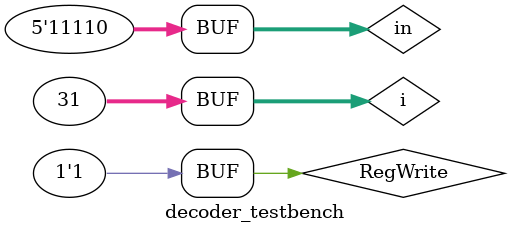
<source format=sv>
module decoder_2to4(out, in, enable);
	output logic [3:0] out;
	input logic [1:0] in;
	input logic enable;
	
	logic in0_not, in1_not;
	
	not #50 not0 (in0_not, in[0]);
	not #50 not1 (in1_not, in[1]);
	
	and #50 and0 (out[0], in1_not, in0_not, enable);
	and #50 and1 (out[1], in1_not, in[0], enable);
	and #50 and2 (out[2], in[1], in0_not, enable);
	and #50 and3 (out[3], in[1], in[0], enable);
	
endmodule
	
module decoder_3to8(out, in, enable);
	output logic [7:0] out;
	input logic [2:0] in;
	input logic enable;
	
	logic in0_not, in1_not, in2_not;
	
	not #50 n0 (in0_not, in[0]);
	not #50 n1 (in1_not, in[1]);
	not #50 n2 (in2_not, in[2]);
	
	and #50 and0 (out[0], in0_not, in1_not, in2_not, enable);
	and #50 and1 (out[1], in[0], in1_not, in2_not, enable);
	and #50 and2 (out[2], in0_not, in[1], in2_not, enable);
	and #50 and3 (out[3], in[0], in[1], in2_not, enable);
	and #50 and4 (out[4], in0_not, in1_not, in[2], enable);
	and #50 and5 (out[5], in[0], in1_not, in[2], enable);
	and #50 and6 (out[6], in0_not, in[1], in[2], enable);
	and #50 and7 (out[7], in[0], in[1], in[2], enable);
	
endmodule

module decoder_5to32(out, in, RegWrite);
	output logic [31:0] out;
	input logic [4:0] in;
	input logic RegWrite;
	logic [3:0] enable;
	
	decoder_2to4 d0(.out(enable), .in(in[4:3]), .enable(RegWrite));
	decoder_3to8 d1(.out(out[31:24]), .in(in[2:0]), .enable(enable[3]));
	decoder_3to8 d2(.out(out[23:16]), .in(in[2:0]), .enable(enable[2]));
	decoder_3to8 d3(.out(out[15:8]), .in(in[2:0]), .enable(enable[1]));
	decoder_3to8 d4(.out(out[7:0]), .in(in[2:0]), .enable(enable[0]));
endmodule

module decoder_testbench();
	logic [31:0] out;
	logic [4:0] in;
	logic RegWrite;
	
	decoder_5to32 dut (.out, .in, .RegWrite);
	integer i;
	initial begin
		#350; RegWrite <= 1; #350;
		for (i = 0; i < 31; i++) begin
			in = i; #350;
		end
	end
endmodule

</source>
